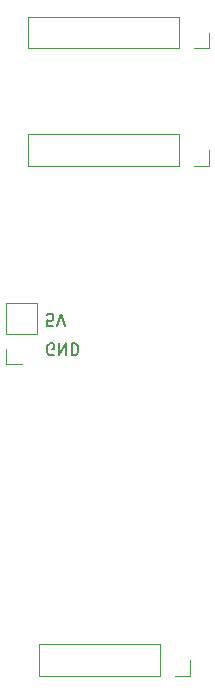
<source format=gbr>
%TF.GenerationSoftware,KiCad,Pcbnew,7.0.9-7.0.9~ubuntu22.04.1*%
%TF.CreationDate,2023-11-26T13:18:20+11:00*%
%TF.ProjectId,pi1541,70693135-3431-42e6-9b69-6361645f7063,v03*%
%TF.SameCoordinates,Original*%
%TF.FileFunction,Legend,Bot*%
%TF.FilePolarity,Positive*%
%FSLAX46Y46*%
G04 Gerber Fmt 4.6, Leading zero omitted, Abs format (unit mm)*
G04 Created by KiCad (PCBNEW 7.0.9-7.0.9~ubuntu22.04.1) date 2023-11-26 13:18:20*
%MOMM*%
%LPD*%
G01*
G04 APERTURE LIST*
%ADD10C,0.150000*%
%ADD11C,0.120000*%
G04 APERTURE END LIST*
D10*
X109496388Y-90769961D02*
X109401150Y-90817580D01*
X109401150Y-90817580D02*
X109258293Y-90817580D01*
X109258293Y-90817580D02*
X109115436Y-90769961D01*
X109115436Y-90769961D02*
X109020198Y-90674723D01*
X109020198Y-90674723D02*
X108972579Y-90579485D01*
X108972579Y-90579485D02*
X108924960Y-90389009D01*
X108924960Y-90389009D02*
X108924960Y-90246152D01*
X108924960Y-90246152D02*
X108972579Y-90055676D01*
X108972579Y-90055676D02*
X109020198Y-89960438D01*
X109020198Y-89960438D02*
X109115436Y-89865200D01*
X109115436Y-89865200D02*
X109258293Y-89817580D01*
X109258293Y-89817580D02*
X109353531Y-89817580D01*
X109353531Y-89817580D02*
X109496388Y-89865200D01*
X109496388Y-89865200D02*
X109544007Y-89912819D01*
X109544007Y-89912819D02*
X109544007Y-90246152D01*
X109544007Y-90246152D02*
X109353531Y-90246152D01*
X109972579Y-89817580D02*
X109972579Y-90817580D01*
X109972579Y-90817580D02*
X110544007Y-89817580D01*
X110544007Y-89817580D02*
X110544007Y-90817580D01*
X111020198Y-89817580D02*
X111020198Y-90817580D01*
X111020198Y-90817580D02*
X111258293Y-90817580D01*
X111258293Y-90817580D02*
X111401150Y-90769961D01*
X111401150Y-90769961D02*
X111496388Y-90674723D01*
X111496388Y-90674723D02*
X111544007Y-90579485D01*
X111544007Y-90579485D02*
X111591626Y-90389009D01*
X111591626Y-90389009D02*
X111591626Y-90246152D01*
X111591626Y-90246152D02*
X111544007Y-90055676D01*
X111544007Y-90055676D02*
X111496388Y-89960438D01*
X111496388Y-89960438D02*
X111401150Y-89865200D01*
X111401150Y-89865200D02*
X111258293Y-89817580D01*
X111258293Y-89817580D02*
X111020198Y-89817580D01*
X109423369Y-88302980D02*
X108947179Y-88302980D01*
X108947179Y-88302980D02*
X108899560Y-87826790D01*
X108899560Y-87826790D02*
X108947179Y-87874409D01*
X108947179Y-87874409D02*
X109042417Y-87922028D01*
X109042417Y-87922028D02*
X109280512Y-87922028D01*
X109280512Y-87922028D02*
X109375750Y-87874409D01*
X109375750Y-87874409D02*
X109423369Y-87826790D01*
X109423369Y-87826790D02*
X109470988Y-87731552D01*
X109470988Y-87731552D02*
X109470988Y-87493457D01*
X109470988Y-87493457D02*
X109423369Y-87398219D01*
X109423369Y-87398219D02*
X109375750Y-87350600D01*
X109375750Y-87350600D02*
X109280512Y-87302980D01*
X109280512Y-87302980D02*
X109042417Y-87302980D01*
X109042417Y-87302980D02*
X108947179Y-87350600D01*
X108947179Y-87350600D02*
X108899560Y-87398219D01*
X109756703Y-88302980D02*
X110090036Y-87302980D01*
X110090036Y-87302980D02*
X110423369Y-88302980D01*
D11*
%TO.C,J8*%
X105451600Y-86381200D02*
X108111600Y-86381200D01*
X105451600Y-88981200D02*
X105451600Y-86381200D01*
X105451600Y-88981200D02*
X108111600Y-88981200D01*
X105451600Y-90251200D02*
X105451600Y-91581200D01*
X105451600Y-91581200D02*
X106781600Y-91581200D01*
X108111600Y-88981200D02*
X108111600Y-86381200D01*
%TO.C,J4*%
X108251000Y-117955000D02*
X108251000Y-115295000D01*
X118471000Y-117955000D02*
X108251000Y-117955000D01*
X118471000Y-117955000D02*
X118471000Y-115295000D01*
X119741000Y-117955000D02*
X121071000Y-117955000D01*
X121071000Y-117955000D02*
X121071000Y-116625000D01*
X118471000Y-115295000D02*
X108251000Y-115295000D01*
%TO.C,J2*%
X107320000Y-64830000D02*
X107320000Y-62170000D01*
X120080000Y-64830000D02*
X107320000Y-64830000D01*
X120080000Y-64830000D02*
X120080000Y-62170000D01*
X121350000Y-64830000D02*
X122680000Y-64830000D01*
X122680000Y-64830000D02*
X122680000Y-63500000D01*
X120080000Y-62170000D02*
X107320000Y-62170000D01*
%TO.C,J3*%
X107320000Y-74785000D02*
X107320000Y-72125000D01*
X120080000Y-74785000D02*
X107320000Y-74785000D01*
X120080000Y-74785000D02*
X120080000Y-72125000D01*
X121350000Y-74785000D02*
X122680000Y-74785000D01*
X122680000Y-74785000D02*
X122680000Y-73455000D01*
X120080000Y-72125000D02*
X107320000Y-72125000D01*
%TD*%
M02*

</source>
